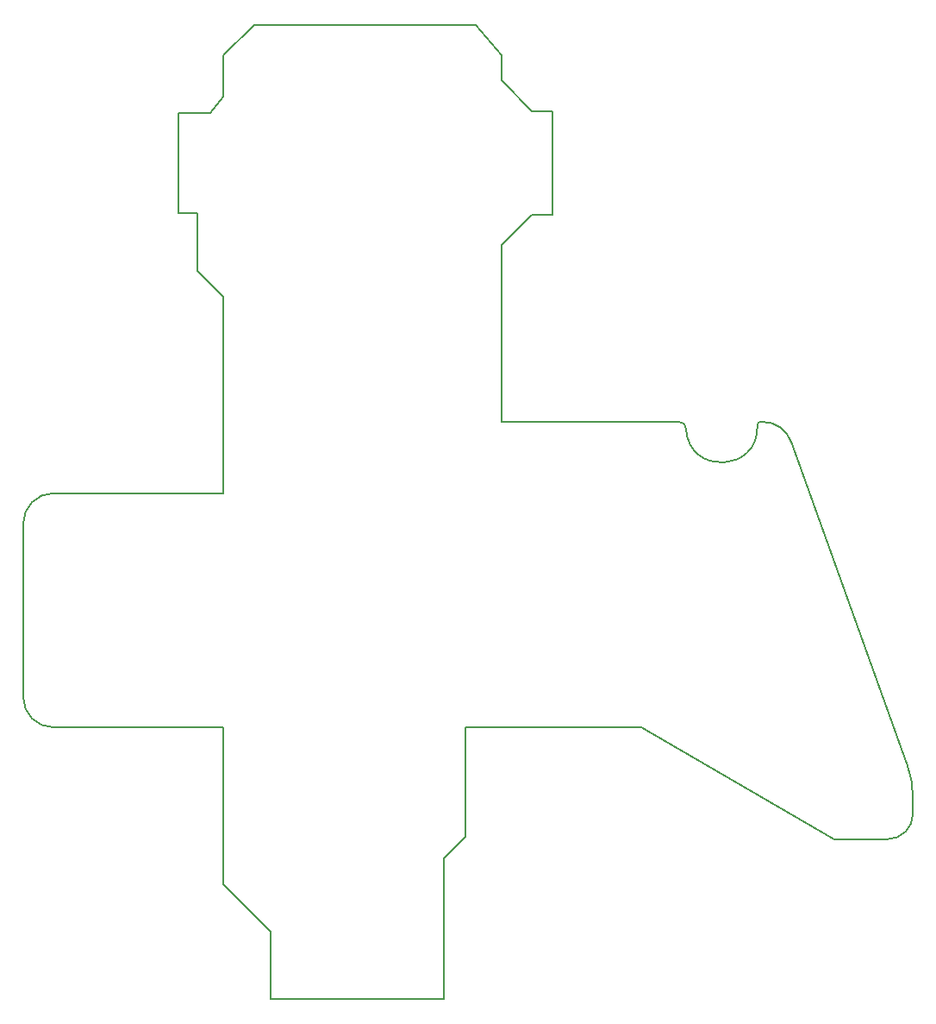
<source format=gbr>
%TF.GenerationSoftware,KiCad,Pcbnew,(5.1.9)-1*%
%TF.CreationDate,2021-02-18T14:55:37+00:00*%
%TF.ProjectId,toolboards - assembly_final,746f6f6c-626f-4617-9264-73202d206173,rev?*%
%TF.SameCoordinates,Original*%
%TF.FileFunction,Profile,NP*%
%FSLAX46Y46*%
G04 Gerber Fmt 4.6, Leading zero omitted, Abs format (unit mm)*
G04 Created by KiCad (PCBNEW (5.1.9)-1) date 2021-02-18 14:55:37*
%MOMM*%
%LPD*%
G01*
G04 APERTURE LIST*
%TA.AperFunction,Profile*%
%ADD10C,0.160000*%
%TD*%
G04 APERTURE END LIST*
D10*
X164235000Y-97373000D02*
X181483000Y-97373000D01*
X164237000Y-108084000D02*
X162098000Y-110223000D01*
X193437000Y-67375000D02*
X193249000Y-67376000D01*
X181483000Y-97373000D02*
X200467000Y-108332000D01*
X207628000Y-100945000D02*
X196259000Y-69359000D01*
X185237000Y-67374000D02*
X167762000Y-67380000D01*
X200467000Y-108332000D02*
X205719000Y-108332000D01*
X208219000Y-105832000D02*
X208219000Y-104332000D01*
X123797000Y-97373000D02*
X140465000Y-97373000D01*
X123797000Y-74373000D02*
X140465000Y-74373000D01*
X120797000Y-94373000D02*
X120797000Y-77373000D01*
X165227000Y-28448000D02*
X167762000Y-31378000D01*
X140465000Y-74373000D02*
X140462000Y-55118000D01*
X167762000Y-67380000D02*
X167762000Y-50038000D01*
X143462000Y-28448000D02*
X140462000Y-31378000D01*
X140462000Y-55118000D02*
X137922000Y-52578000D01*
X172762000Y-36878000D02*
X170762000Y-36878000D01*
X167762000Y-33878000D02*
X170762000Y-36878000D01*
X167762000Y-50038000D02*
X170762000Y-47038000D01*
X140462000Y-35433000D02*
X140462000Y-31378000D01*
X167762000Y-31378000D02*
X167762000Y-33878000D01*
X143462000Y-28448000D02*
X165227000Y-28448000D01*
X172762000Y-47038000D02*
X172762000Y-36878000D01*
X170762000Y-47038000D02*
X172762000Y-47038000D01*
X139192000Y-37084000D02*
X140462000Y-35433000D01*
X136017000Y-46863000D02*
X136017000Y-37084000D01*
X137922000Y-46863000D02*
X136017000Y-46863000D01*
X136017000Y-37084000D02*
X139192000Y-37084000D01*
X137922000Y-52578000D02*
X137922000Y-47498000D01*
X137922000Y-47498000D02*
X137922000Y-46863000D01*
X145088000Y-117422000D02*
X145088000Y-122887000D01*
X162098000Y-122887000D02*
X162098000Y-110223000D01*
X145088000Y-124005000D02*
X162098000Y-124005000D01*
X145088000Y-122887000D02*
X145088000Y-124005000D01*
X164235000Y-97373000D02*
X164237000Y-108084000D01*
X144957000Y-117291000D02*
X145088000Y-117422000D01*
X162098000Y-122887000D02*
X162098000Y-124005000D01*
X140457000Y-112791000D02*
X144957000Y-117291000D01*
X140465000Y-97373000D02*
X140457000Y-112791000D01*
X207627808Y-100944621D02*
G75*
G02*
X208219000Y-104332000I-9408808J-3387379D01*
G01*
X185236632Y-67374293D02*
G75*
G02*
X185916000Y-68023000I368J-679707D01*
G01*
X193437003Y-67374736D02*
G75*
G02*
X196259000Y-69359000I-1003J-3000264D01*
G01*
X192924298Y-67717107D02*
G75*
G02*
X193249000Y-67376000I326702J14107D01*
G01*
X208219000Y-105832000D02*
G75*
G02*
X205719000Y-108332000I-2500000J0D01*
G01*
X192924440Y-67717091D02*
G75*
G02*
X185916000Y-68023000I-3504440J-147909D01*
G01*
X123797000Y-97373000D02*
G75*
G02*
X120797000Y-94373000I0J3000000D01*
G01*
X120797000Y-77373000D02*
G75*
G02*
X123797000Y-74373000I3000000J0D01*
G01*
M02*

</source>
